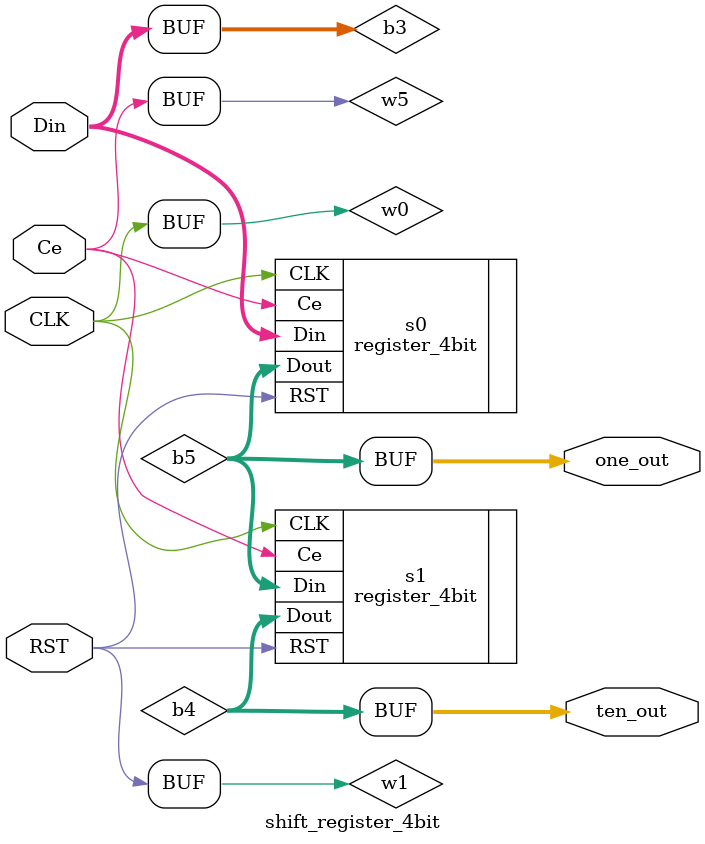
<source format=v>
module shift_register_4bit(CLK,RST,Din,ten_out,Ce,one_out);

input CLK;
input RST;
input [3:0] Din;
output [3:0] ten_out;
input Ce;
output [3:0] one_out;

wire  w0;
wire  w1;
wire [3:0] b3;
wire [3:0] b4;
wire  w5;
wire [3:0] b5;

assign w0 = CLK;
assign w1 = RST;
assign b3 = Din;
assign ten_out = b4;
assign w5 = Ce;
assign one_out = b5;

register_4bit
     s0 (
      .CLK(w0),
      .RST(w1),
      .Din(b3),
      .Ce(w5),
      .Dout(b5));

register_4bit
     s1 (
      .CLK(w0),
      .RST(w1),
      .Dout(b4),
      .Ce(w5),
      .Din(b5));

endmodule


</source>
